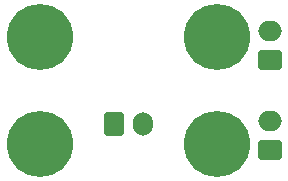
<source format=gbr>
%TF.GenerationSoftware,KiCad,Pcbnew,(6.0.6)*%
%TF.CreationDate,2022-08-21T18:20:13+02:00*%
%TF.ProjectId,fan_pcb,66616e5f-7063-4622-9e6b-696361645f70,rev?*%
%TF.SameCoordinates,Original*%
%TF.FileFunction,Soldermask,Bot*%
%TF.FilePolarity,Negative*%
%FSLAX46Y46*%
G04 Gerber Fmt 4.6, Leading zero omitted, Abs format (unit mm)*
G04 Created by KiCad (PCBNEW (6.0.6)) date 2022-08-21 18:20:13*
%MOMM*%
%LPD*%
G01*
G04 APERTURE LIST*
G04 Aperture macros list*
%AMRoundRect*
0 Rectangle with rounded corners*
0 $1 Rounding radius*
0 $2 $3 $4 $5 $6 $7 $8 $9 X,Y pos of 4 corners*
0 Add a 4 corners polygon primitive as box body*
4,1,4,$2,$3,$4,$5,$6,$7,$8,$9,$2,$3,0*
0 Add four circle primitives for the rounded corners*
1,1,$1+$1,$2,$3*
1,1,$1+$1,$4,$5*
1,1,$1+$1,$6,$7*
1,1,$1+$1,$8,$9*
0 Add four rect primitives between the rounded corners*
20,1,$1+$1,$2,$3,$4,$5,0*
20,1,$1+$1,$4,$5,$6,$7,0*
20,1,$1+$1,$6,$7,$8,$9,0*
20,1,$1+$1,$8,$9,$2,$3,0*%
G04 Aperture macros list end*
%ADD10RoundRect,0.250000X0.750000X-0.600000X0.750000X0.600000X-0.750000X0.600000X-0.750000X-0.600000X0*%
%ADD11O,2.000000X1.700000*%
%ADD12RoundRect,0.250000X-0.600000X-0.750000X0.600000X-0.750000X0.600000X0.750000X-0.600000X0.750000X0*%
%ADD13O,1.700000X2.000000*%
%ADD14C,5.600000*%
G04 APERTURE END LIST*
D10*
%TO.C,REF\u002A\u002A*%
X43450000Y-32550000D03*
D11*
X43450000Y-30050000D03*
%TD*%
D10*
%TO.C,REF\u002A\u002A*%
X43450000Y-24950000D03*
D11*
X43450000Y-22450000D03*
%TD*%
D12*
%TO.C,REF\u002A\u002A*%
X30250000Y-30350000D03*
D13*
X32750000Y-30350000D03*
%TD*%
D14*
%TO.C,REF\u002A\u002A*%
X39000000Y-23000000D03*
%TD*%
%TO.C,REF\u002A\u002A*%
X24000000Y-32000000D03*
%TD*%
%TO.C,REF\u002A\u002A*%
X39000000Y-32000000D03*
%TD*%
%TO.C,REF\u002A\u002A*%
X24000000Y-23000000D03*
%TD*%
M02*

</source>
